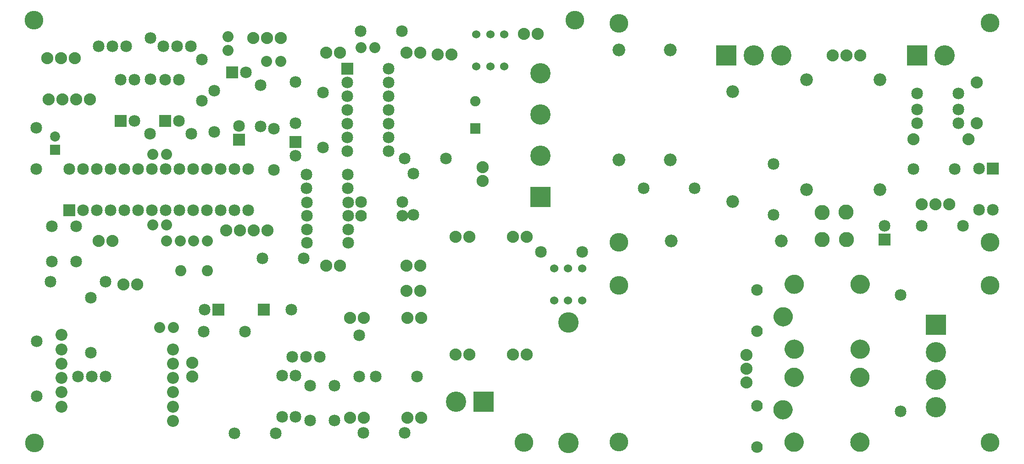
<source format=gts>
G04 MADE WITH FRITZING*
G04 WWW.FRITZING.ORG*
G04 DOUBLE SIDED*
G04 HOLES PLATED*
G04 CONTOUR ON CENTER OF CONTOUR VECTOR*
%ASAXBY*%
%FSLAX23Y23*%
%MOIN*%
%OFA0B0*%
%SFA1.0B1.0*%
%ADD10C,0.088000*%
%ADD11C,0.148890*%
%ADD12C,0.085000*%
%ADD13C,0.060000*%
%ADD14C,0.072992*%
%ADD15C,0.084000*%
%ADD16C,0.147795*%
%ADD17C,0.087119*%
%ADD18C,0.135984*%
%ADD19C,0.092000*%
%ADD20C,0.075000*%
%ADD21C,0.080925*%
%ADD22C,0.080866*%
%ADD23C,0.080000*%
%ADD24C,0.087992*%
%ADD25C,0.110236*%
%ADD26R,0.085000X0.085000*%
%ADD27R,0.072992X0.072992*%
%ADD28R,0.147795X0.147795*%
%ADD29R,0.010276X0.010276*%
%ADD30R,0.001000X0.001000*%
%LNMASK1*%
G90*
G70*
G54D10*
X3721Y798D03*
X3621Y798D03*
X3305Y798D03*
X3205Y798D03*
X3721Y1656D03*
X3205Y1656D03*
X3305Y1656D03*
X3621Y1656D03*
G54D11*
X4025Y157D03*
X4025Y1033D03*
G54D10*
X2947Y1445D03*
X2263Y1445D03*
X2947Y2995D03*
X2263Y2995D03*
X2847Y2995D03*
X2363Y2995D03*
X2363Y1445D03*
X2847Y1445D03*
G54D12*
X6438Y1232D03*
X6438Y385D03*
X2416Y2880D03*
X2716Y2880D03*
X2416Y2780D03*
X2716Y2780D03*
X2416Y2680D03*
X2716Y2680D03*
X2416Y2580D03*
X2716Y2580D03*
X2416Y2480D03*
X2716Y2480D03*
X2416Y2380D03*
X2716Y2380D03*
X2416Y2280D03*
X2716Y2280D03*
G54D10*
X2954Y338D03*
X2854Y338D03*
X2537Y338D03*
X2437Y338D03*
X2954Y1066D03*
X2854Y1066D03*
X2537Y1066D03*
X2437Y1066D03*
G54D13*
X4022Y1192D03*
X4022Y1427D03*
X3921Y1427D03*
X4124Y1427D03*
X4124Y1192D03*
X3921Y1192D03*
X3456Y2895D03*
X3456Y3130D03*
X3355Y3130D03*
X3557Y3130D03*
X3557Y2895D03*
X3355Y2895D03*
G54D10*
X6143Y2975D03*
X6043Y2975D03*
X5943Y2975D03*
X5316Y597D03*
X5316Y697D03*
X5316Y797D03*
X6792Y1892D03*
X6692Y1892D03*
X6592Y1892D03*
X1934Y3101D03*
X1834Y3101D03*
X1734Y3101D03*
X437Y2955D03*
X337Y2955D03*
X237Y2955D03*
X546Y2656D03*
X446Y2656D03*
X346Y2656D03*
X246Y2656D03*
G54D14*
X295Y2288D03*
X295Y2387D03*
G54D15*
X5395Y427D03*
X5395Y127D03*
X5395Y427D03*
X5395Y127D03*
X2816Y1809D03*
X2516Y1809D03*
X2816Y1809D03*
X2516Y1809D03*
X5395Y969D03*
X5395Y1269D03*
X5395Y969D03*
X5395Y1269D03*
G54D12*
X4942Y2010D03*
X4572Y2010D03*
X4942Y2010D03*
X4572Y2010D03*
X5513Y1814D03*
X5513Y2184D03*
X5513Y1814D03*
X5513Y2184D03*
G54D10*
X3400Y2161D03*
X3400Y2061D03*
G54D16*
X3820Y1944D03*
X3820Y2244D03*
X3820Y2544D03*
X3820Y2844D03*
G54D17*
X1151Y315D03*
X1151Y420D03*
X1151Y524D03*
X1151Y628D03*
X1151Y732D03*
X1151Y836D03*
X341Y420D03*
X341Y524D03*
X341Y628D03*
X341Y732D03*
X341Y836D03*
X341Y941D03*
G54D12*
X2147Y318D03*
X2147Y573D03*
X2324Y318D03*
X2324Y573D03*
X269Y1475D03*
X269Y1731D03*
X446Y1475D03*
X446Y1731D03*
G54D18*
X7088Y160D03*
X7088Y3211D03*
X4391Y1617D03*
G54D12*
X6556Y2699D03*
X6856Y2699D03*
X6856Y2483D03*
X6556Y2483D03*
X6556Y2581D03*
X6856Y2581D03*
X6891Y1735D03*
X6591Y1735D03*
X6832Y2148D03*
X6532Y2148D03*
G54D10*
X6531Y2365D03*
X6931Y2365D03*
X6531Y2365D03*
X6931Y2365D03*
G54D12*
X1479Y1125D03*
X1379Y1125D03*
X1812Y1125D03*
X2012Y1125D03*
X2042Y2346D03*
X2042Y2246D03*
X1629Y2363D03*
X1629Y2463D03*
X1582Y2851D03*
X1682Y2851D03*
G54D18*
X4391Y3210D03*
X144Y157D03*
X139Y3231D03*
G54D12*
X397Y1849D03*
X397Y2149D03*
X497Y1849D03*
X497Y2149D03*
X597Y1849D03*
X597Y2149D03*
X697Y1849D03*
X697Y2149D03*
X797Y1849D03*
X797Y2149D03*
X897Y1849D03*
X897Y2149D03*
X997Y1849D03*
X997Y2149D03*
X1097Y1849D03*
X1097Y2149D03*
X1197Y1849D03*
X1197Y2149D03*
X1297Y1849D03*
X1297Y2149D03*
X1397Y1849D03*
X1397Y2149D03*
X1497Y1849D03*
X1497Y2149D03*
X1597Y1849D03*
X1597Y2149D03*
X1697Y1849D03*
X1697Y2149D03*
X7107Y2153D03*
X7107Y1853D03*
X7007Y2153D03*
X7007Y1853D03*
G54D10*
X1289Y738D03*
X1289Y638D03*
X789Y1310D03*
X889Y1310D03*
X611Y1625D03*
X711Y1625D03*
X1537Y1703D03*
X1637Y1703D03*
X1737Y1703D03*
X1837Y1703D03*
X2948Y1262D03*
X2848Y1262D03*
X3174Y2983D03*
X3074Y2983D03*
X3802Y3133D03*
X3702Y3133D03*
G54D19*
X4770Y1624D03*
X5570Y1624D03*
X5755Y2798D03*
X5755Y1998D03*
X5218Y1912D03*
X5218Y2712D03*
X4764Y3014D03*
X4764Y2214D03*
X4391Y3014D03*
X4391Y2214D03*
X6286Y2798D03*
X6286Y1998D03*
G54D12*
X659Y1329D03*
X259Y1329D03*
X1361Y2644D03*
X1361Y2944D03*
X2239Y2706D03*
X2239Y2306D03*
X2042Y2783D03*
X2042Y2483D03*
X1885Y2143D03*
X1885Y2443D03*
X1786Y2458D03*
X1786Y2758D03*
X1452Y2419D03*
X1452Y2719D03*
G54D20*
X3348Y2642D03*
X3348Y2442D03*
X3348Y2642D03*
X3348Y2442D03*
G54D16*
X3408Y454D03*
X3208Y454D03*
X6556Y2975D03*
X6756Y2975D03*
X5172Y2975D03*
X5372Y2975D03*
X5572Y2975D03*
G54D21*
X1400Y1408D03*
G54D22*
X1207Y1408D03*
G54D12*
X3135Y2227D03*
X2835Y2227D03*
X2421Y2109D03*
X2121Y2109D03*
X2503Y640D03*
X2503Y940D03*
X2923Y640D03*
X2623Y640D03*
X2835Y230D03*
X2535Y230D03*
X2815Y3152D03*
X2515Y3152D03*
X2897Y1817D03*
X2897Y2117D03*
X1801Y1498D03*
X2101Y1498D03*
X1374Y967D03*
X1674Y967D03*
X3824Y1545D03*
X4124Y1545D03*
X2123Y1612D03*
X2423Y1612D03*
X2816Y1908D03*
X2516Y1908D03*
X2423Y1907D03*
X2123Y1907D03*
X2423Y1708D03*
X2123Y1708D03*
X2423Y1809D03*
X2123Y1809D03*
X2421Y2010D03*
X2121Y2010D03*
X1943Y645D03*
X1943Y345D03*
X2041Y645D03*
X2041Y345D03*
X1596Y227D03*
X1896Y227D03*
X2018Y783D03*
X2118Y783D03*
X2218Y783D03*
X462Y640D03*
X562Y640D03*
X662Y640D03*
X160Y496D03*
X160Y896D03*
X554Y811D03*
X554Y1211D03*
G54D23*
X1400Y1625D03*
X1300Y1625D03*
X1153Y994D03*
X1053Y994D03*
X1933Y2932D03*
X1832Y2932D03*
X1550Y3012D03*
X1550Y3113D03*
X2618Y3033D03*
X2518Y3033D03*
X1005Y2255D03*
X1105Y2255D03*
X1105Y1743D03*
X1005Y1743D03*
X1204Y1625D03*
X1103Y1625D03*
G54D12*
X1094Y2499D03*
X1094Y2799D03*
X1194Y2499D03*
X1194Y2799D03*
X769Y2499D03*
X769Y2799D03*
X869Y2499D03*
X869Y2799D03*
X1081Y3042D03*
X1181Y3042D03*
X1281Y3042D03*
X609Y3042D03*
X709Y3042D03*
X809Y3042D03*
X157Y2150D03*
X157Y2450D03*
X984Y2404D03*
X1284Y2404D03*
X986Y3101D03*
X986Y2801D03*
G54D16*
X6694Y1016D03*
X6694Y816D03*
X6694Y616D03*
X6694Y416D03*
G54D24*
X6990Y2483D03*
X6990Y2778D03*
G54D18*
X7088Y1617D03*
X4070Y3231D03*
X3702Y160D03*
X4391Y161D03*
X4391Y1302D03*
X7088Y1302D03*
G54D25*
X5868Y1831D03*
X5867Y1636D03*
X6043Y1635D03*
X6041Y1834D03*
G54D12*
X6320Y1635D03*
X6320Y1735D03*
G54D26*
X2416Y2880D03*
G54D27*
X295Y2288D03*
G54D28*
X3820Y1944D03*
G54D29*
X3820Y1875D03*
G54D26*
X1479Y1125D03*
X1812Y1125D03*
X2042Y2346D03*
X1629Y2363D03*
X1582Y2851D03*
X397Y1849D03*
X7107Y2153D03*
G54D28*
X3408Y454D03*
X6556Y2975D03*
X5172Y2975D03*
G54D26*
X1094Y2499D03*
X769Y2499D03*
G54D28*
X6694Y1016D03*
G54D26*
X6320Y1635D03*
G54D30*
X3311Y2480D02*
X3384Y2480D01*
X3310Y2479D02*
X3384Y2479D01*
X3310Y2478D02*
X3384Y2478D01*
X3310Y2477D02*
X3384Y2477D01*
X3310Y2476D02*
X3384Y2476D01*
X3310Y2475D02*
X3384Y2475D01*
X3310Y2474D02*
X3384Y2474D01*
X3310Y2473D02*
X3384Y2473D01*
X3310Y2472D02*
X3384Y2472D01*
X3310Y2471D02*
X3384Y2471D01*
X3310Y2470D02*
X3384Y2470D01*
X3310Y2469D02*
X3384Y2469D01*
X3310Y2468D02*
X3384Y2468D01*
X3310Y2467D02*
X3384Y2467D01*
X3310Y2466D02*
X3384Y2466D01*
X3310Y2465D02*
X3384Y2465D01*
X3310Y2464D02*
X3384Y2464D01*
X3310Y2463D02*
X3384Y2463D01*
X3310Y2462D02*
X3384Y2462D01*
X3310Y2461D02*
X3384Y2461D01*
X3310Y2460D02*
X3384Y2460D01*
X3310Y2459D02*
X3384Y2459D01*
X3310Y2458D02*
X3384Y2458D01*
X3310Y2457D02*
X3384Y2457D01*
X3310Y2456D02*
X3384Y2456D01*
X3310Y2455D02*
X3384Y2455D01*
X3310Y2454D02*
X3384Y2454D01*
X3310Y2453D02*
X3384Y2453D01*
X3310Y2452D02*
X3384Y2452D01*
X3310Y2451D02*
X3344Y2451D01*
X3350Y2451D02*
X3384Y2451D01*
X3310Y2450D02*
X3342Y2450D01*
X3352Y2450D02*
X3384Y2450D01*
X3310Y2449D02*
X3341Y2449D01*
X3354Y2449D02*
X3384Y2449D01*
X3310Y2448D02*
X3340Y2448D01*
X3355Y2448D02*
X3384Y2448D01*
X3310Y2447D02*
X3339Y2447D01*
X3355Y2447D02*
X3384Y2447D01*
X3310Y2446D02*
X3339Y2446D01*
X3356Y2446D02*
X3384Y2446D01*
X3310Y2445D02*
X3338Y2445D01*
X3356Y2445D02*
X3384Y2445D01*
X3310Y2444D02*
X3338Y2444D01*
X3356Y2444D02*
X3384Y2444D01*
X3310Y2443D02*
X3338Y2443D01*
X3356Y2443D02*
X3384Y2443D01*
X3310Y2442D02*
X3338Y2442D01*
X3356Y2442D02*
X3384Y2442D01*
X3310Y2441D02*
X3338Y2441D01*
X3356Y2441D02*
X3384Y2441D01*
X3310Y2440D02*
X3338Y2440D01*
X3356Y2440D02*
X3384Y2440D01*
X3310Y2439D02*
X3339Y2439D01*
X3356Y2439D02*
X3384Y2439D01*
X3310Y2438D02*
X3339Y2438D01*
X3355Y2438D02*
X3384Y2438D01*
X3310Y2437D02*
X3340Y2437D01*
X3354Y2437D02*
X3384Y2437D01*
X3310Y2436D02*
X3341Y2436D01*
X3354Y2436D02*
X3384Y2436D01*
X3310Y2435D02*
X3342Y2435D01*
X3352Y2435D02*
X3384Y2435D01*
X3310Y2434D02*
X3344Y2434D01*
X3350Y2434D02*
X3384Y2434D01*
X3310Y2433D02*
X3384Y2433D01*
X3310Y2432D02*
X3384Y2432D01*
X3310Y2431D02*
X3384Y2431D01*
X3310Y2430D02*
X3384Y2430D01*
X3310Y2429D02*
X3384Y2429D01*
X3310Y2428D02*
X3384Y2428D01*
X3310Y2427D02*
X3384Y2427D01*
X3310Y2426D02*
X3384Y2426D01*
X3310Y2425D02*
X3384Y2425D01*
X3310Y2424D02*
X3384Y2424D01*
X3310Y2423D02*
X3384Y2423D01*
X3310Y2422D02*
X3384Y2422D01*
X3310Y2421D02*
X3384Y2421D01*
X3310Y2420D02*
X3384Y2420D01*
X3310Y2419D02*
X3384Y2419D01*
X3310Y2418D02*
X3384Y2418D01*
X3310Y2417D02*
X3384Y2417D01*
X3310Y2416D02*
X3384Y2416D01*
X3310Y2415D02*
X3384Y2415D01*
X3310Y2414D02*
X3384Y2414D01*
X3310Y2413D02*
X3384Y2413D01*
X3310Y2412D02*
X3384Y2412D01*
X3310Y2411D02*
X3384Y2411D01*
X3310Y2410D02*
X3384Y2410D01*
X3310Y2409D02*
X3384Y2409D01*
X3310Y2408D02*
X3384Y2408D01*
X3310Y2407D02*
X3384Y2407D01*
X3310Y2406D02*
X3384Y2406D01*
X5657Y1379D02*
X5673Y1379D01*
X6135Y1379D02*
X6151Y1379D01*
X5651Y1378D02*
X5679Y1378D01*
X6129Y1378D02*
X6157Y1378D01*
X5647Y1377D02*
X5683Y1377D01*
X6125Y1377D02*
X6161Y1377D01*
X5643Y1376D02*
X5686Y1376D01*
X6122Y1376D02*
X6165Y1376D01*
X5641Y1375D02*
X5689Y1375D01*
X6119Y1375D02*
X6168Y1375D01*
X5638Y1374D02*
X5692Y1374D01*
X6116Y1374D02*
X6170Y1374D01*
X5636Y1373D02*
X5694Y1373D01*
X6114Y1373D02*
X6172Y1373D01*
X5634Y1372D02*
X5696Y1372D01*
X6112Y1372D02*
X6174Y1372D01*
X5632Y1371D02*
X5698Y1371D01*
X6110Y1371D02*
X6176Y1371D01*
X5630Y1370D02*
X5700Y1370D01*
X6109Y1370D02*
X6178Y1370D01*
X5629Y1369D02*
X5701Y1369D01*
X6107Y1369D02*
X6180Y1369D01*
X5627Y1368D02*
X5703Y1368D01*
X6105Y1368D02*
X6181Y1368D01*
X5626Y1367D02*
X5704Y1367D01*
X6104Y1367D02*
X6183Y1367D01*
X5624Y1366D02*
X5706Y1366D01*
X6102Y1366D02*
X6184Y1366D01*
X5623Y1365D02*
X5707Y1365D01*
X6101Y1365D02*
X6185Y1365D01*
X5621Y1364D02*
X5708Y1364D01*
X6100Y1364D02*
X6187Y1364D01*
X5620Y1363D02*
X5710Y1363D01*
X6099Y1363D02*
X6188Y1363D01*
X5619Y1362D02*
X5711Y1362D01*
X6097Y1362D02*
X6189Y1362D01*
X5618Y1361D02*
X5712Y1361D01*
X6096Y1361D02*
X6190Y1361D01*
X5617Y1360D02*
X5713Y1360D01*
X6095Y1360D02*
X6191Y1360D01*
X5616Y1359D02*
X5714Y1359D01*
X6094Y1359D02*
X6192Y1359D01*
X5615Y1358D02*
X5715Y1358D01*
X6093Y1358D02*
X6193Y1358D01*
X5614Y1357D02*
X5716Y1357D01*
X6092Y1357D02*
X6194Y1357D01*
X5613Y1356D02*
X5717Y1356D01*
X6091Y1356D02*
X6195Y1356D01*
X5612Y1355D02*
X5718Y1355D01*
X6091Y1355D02*
X6196Y1355D01*
X5611Y1354D02*
X5718Y1354D01*
X6090Y1354D02*
X6197Y1354D01*
X5611Y1353D02*
X5719Y1353D01*
X6089Y1353D02*
X6197Y1353D01*
X5610Y1352D02*
X5720Y1352D01*
X6088Y1352D02*
X6198Y1352D01*
X5609Y1351D02*
X5721Y1351D01*
X6087Y1351D02*
X6199Y1351D01*
X5608Y1350D02*
X5721Y1350D01*
X6087Y1350D02*
X6200Y1350D01*
X5608Y1349D02*
X5722Y1349D01*
X6086Y1349D02*
X6200Y1349D01*
X5607Y1348D02*
X5723Y1348D01*
X6085Y1348D02*
X6201Y1348D01*
X5606Y1347D02*
X5723Y1347D01*
X6085Y1347D02*
X6202Y1347D01*
X5606Y1346D02*
X5724Y1346D01*
X6084Y1346D02*
X6202Y1346D01*
X5605Y1345D02*
X5725Y1345D01*
X6084Y1345D02*
X6203Y1345D01*
X5605Y1344D02*
X5725Y1344D01*
X6083Y1344D02*
X6204Y1344D01*
X5604Y1343D02*
X5726Y1343D01*
X6082Y1343D02*
X6204Y1343D01*
X5603Y1342D02*
X5726Y1342D01*
X6082Y1342D02*
X6205Y1342D01*
X5603Y1341D02*
X5727Y1341D01*
X6081Y1341D02*
X6205Y1341D01*
X5602Y1340D02*
X5727Y1340D01*
X6081Y1340D02*
X6206Y1340D01*
X5602Y1339D02*
X5728Y1339D01*
X6080Y1339D02*
X6206Y1339D01*
X5601Y1338D02*
X5728Y1338D01*
X6080Y1338D02*
X6207Y1338D01*
X5601Y1337D02*
X5729Y1337D01*
X6079Y1337D02*
X6207Y1337D01*
X5601Y1336D02*
X5729Y1336D01*
X6079Y1336D02*
X6207Y1336D01*
X5600Y1335D02*
X5730Y1335D01*
X6079Y1335D02*
X6208Y1335D01*
X5600Y1334D02*
X5730Y1334D01*
X6078Y1334D02*
X6208Y1334D01*
X5600Y1333D02*
X5730Y1333D01*
X6078Y1333D02*
X6209Y1333D01*
X5599Y1332D02*
X5731Y1332D01*
X6078Y1332D02*
X6209Y1332D01*
X5599Y1331D02*
X5731Y1331D01*
X6077Y1331D02*
X6209Y1331D01*
X5599Y1330D02*
X5731Y1330D01*
X6077Y1330D02*
X6210Y1330D01*
X5598Y1329D02*
X5732Y1329D01*
X6077Y1329D02*
X6210Y1329D01*
X5598Y1328D02*
X5732Y1328D01*
X6076Y1328D02*
X6210Y1328D01*
X5598Y1327D02*
X5732Y1327D01*
X6076Y1327D02*
X6210Y1327D01*
X5598Y1326D02*
X5732Y1326D01*
X6076Y1326D02*
X6211Y1326D01*
X5597Y1325D02*
X5733Y1325D01*
X6076Y1325D02*
X6211Y1325D01*
X5597Y1324D02*
X5733Y1324D01*
X6075Y1324D02*
X6211Y1324D01*
X5597Y1323D02*
X5733Y1323D01*
X6075Y1323D02*
X6211Y1323D01*
X5597Y1322D02*
X5733Y1322D01*
X6075Y1322D02*
X6211Y1322D01*
X5597Y1321D02*
X5733Y1321D01*
X6075Y1321D02*
X6212Y1321D01*
X5596Y1320D02*
X5733Y1320D01*
X6075Y1320D02*
X6212Y1320D01*
X5596Y1319D02*
X5734Y1319D01*
X6075Y1319D02*
X6212Y1319D01*
X5596Y1318D02*
X5734Y1318D01*
X6074Y1318D02*
X6212Y1318D01*
X5596Y1317D02*
X5734Y1317D01*
X6074Y1317D02*
X6212Y1317D01*
X5596Y1316D02*
X5734Y1316D01*
X6074Y1316D02*
X6212Y1316D01*
X5596Y1315D02*
X5734Y1315D01*
X6074Y1315D02*
X6212Y1315D01*
X5596Y1314D02*
X5734Y1314D01*
X6074Y1314D02*
X6212Y1314D01*
X5596Y1313D02*
X5734Y1313D01*
X6074Y1313D02*
X6212Y1313D01*
X5596Y1312D02*
X5734Y1312D01*
X6074Y1312D02*
X6213Y1312D01*
X5596Y1311D02*
X5734Y1311D01*
X6074Y1311D02*
X6213Y1311D01*
X5595Y1310D02*
X5734Y1310D01*
X6074Y1310D02*
X6213Y1310D01*
X5596Y1309D02*
X5734Y1309D01*
X6074Y1309D02*
X6213Y1309D01*
X5596Y1308D02*
X5734Y1308D01*
X6074Y1308D02*
X6213Y1308D01*
X5596Y1307D02*
X5734Y1307D01*
X6074Y1307D02*
X6213Y1307D01*
X5596Y1306D02*
X5734Y1306D01*
X6074Y1306D02*
X6212Y1306D01*
X5596Y1305D02*
X5734Y1305D01*
X6074Y1305D02*
X6212Y1305D01*
X5596Y1304D02*
X5734Y1304D01*
X6074Y1304D02*
X6212Y1304D01*
X5596Y1303D02*
X5734Y1303D01*
X6074Y1303D02*
X6212Y1303D01*
X5596Y1302D02*
X5734Y1302D01*
X6074Y1302D02*
X6212Y1302D01*
X5596Y1301D02*
X5734Y1301D01*
X6074Y1301D02*
X6212Y1301D01*
X5596Y1300D02*
X5734Y1300D01*
X6075Y1300D02*
X6212Y1300D01*
X5596Y1299D02*
X5733Y1299D01*
X6075Y1299D02*
X6212Y1299D01*
X5597Y1298D02*
X5733Y1298D01*
X6075Y1298D02*
X6212Y1298D01*
X5597Y1297D02*
X5733Y1297D01*
X6075Y1297D02*
X6211Y1297D01*
X5597Y1296D02*
X5733Y1296D01*
X6075Y1296D02*
X6211Y1296D01*
X5597Y1295D02*
X5733Y1295D01*
X6075Y1295D02*
X6211Y1295D01*
X5597Y1294D02*
X5732Y1294D01*
X6076Y1294D02*
X6211Y1294D01*
X5598Y1293D02*
X5732Y1293D01*
X6076Y1293D02*
X6210Y1293D01*
X5598Y1292D02*
X5732Y1292D01*
X6076Y1292D02*
X6210Y1292D01*
X5598Y1291D02*
X5732Y1291D01*
X6076Y1291D02*
X6210Y1291D01*
X5598Y1290D02*
X5731Y1290D01*
X6077Y1290D02*
X6210Y1290D01*
X5599Y1289D02*
X5731Y1289D01*
X6077Y1289D02*
X6209Y1289D01*
X5599Y1288D02*
X5731Y1288D01*
X6077Y1288D02*
X6209Y1288D01*
X5599Y1287D02*
X5730Y1287D01*
X6078Y1287D02*
X6209Y1287D01*
X5600Y1286D02*
X5730Y1286D01*
X6078Y1286D02*
X6208Y1286D01*
X5600Y1285D02*
X5730Y1285D01*
X6078Y1285D02*
X6208Y1285D01*
X5600Y1284D02*
X5729Y1284D01*
X6079Y1284D02*
X6208Y1284D01*
X5601Y1283D02*
X5729Y1283D01*
X6079Y1283D02*
X6207Y1283D01*
X5601Y1282D02*
X5729Y1282D01*
X6080Y1282D02*
X6207Y1282D01*
X5602Y1281D02*
X5728Y1281D01*
X6080Y1281D02*
X6206Y1281D01*
X5602Y1280D02*
X5728Y1280D01*
X6081Y1280D02*
X6206Y1280D01*
X5603Y1279D02*
X5727Y1279D01*
X6081Y1279D02*
X6205Y1279D01*
X5603Y1278D02*
X5727Y1278D01*
X6081Y1278D02*
X6205Y1278D01*
X5604Y1277D02*
X5726Y1277D01*
X6082Y1277D02*
X6204Y1277D01*
X5604Y1276D02*
X5726Y1276D01*
X6083Y1276D02*
X6204Y1276D01*
X5605Y1275D02*
X5725Y1275D01*
X6083Y1275D02*
X6203Y1275D01*
X5605Y1274D02*
X5724Y1274D01*
X6084Y1274D02*
X6203Y1274D01*
X5606Y1273D02*
X5724Y1273D01*
X6084Y1273D02*
X6202Y1273D01*
X5607Y1272D02*
X5723Y1272D01*
X6085Y1272D02*
X6201Y1272D01*
X5607Y1271D02*
X5723Y1271D01*
X6086Y1271D02*
X6201Y1271D01*
X5608Y1270D02*
X5722Y1270D01*
X6086Y1270D02*
X6200Y1270D01*
X5609Y1269D02*
X5721Y1269D01*
X6087Y1269D02*
X6199Y1269D01*
X5609Y1268D02*
X5720Y1268D01*
X6088Y1268D02*
X6199Y1268D01*
X5610Y1267D02*
X5720Y1267D01*
X6089Y1267D02*
X6198Y1267D01*
X5611Y1266D02*
X5719Y1266D01*
X6089Y1266D02*
X6197Y1266D01*
X5612Y1265D02*
X5718Y1265D01*
X6090Y1265D02*
X6196Y1265D01*
X5613Y1264D02*
X5717Y1264D01*
X6091Y1264D02*
X6196Y1264D01*
X5613Y1263D02*
X5716Y1263D01*
X6092Y1263D02*
X6195Y1263D01*
X5614Y1262D02*
X5715Y1262D01*
X6093Y1262D02*
X6194Y1262D01*
X5615Y1261D02*
X5715Y1261D01*
X6094Y1261D02*
X6193Y1261D01*
X5616Y1260D02*
X5714Y1260D01*
X6095Y1260D02*
X6192Y1260D01*
X5617Y1259D02*
X5712Y1259D01*
X6096Y1259D02*
X6191Y1259D01*
X5618Y1258D02*
X5711Y1258D01*
X6097Y1258D02*
X6190Y1258D01*
X5620Y1257D02*
X5710Y1257D01*
X6098Y1257D02*
X6189Y1257D01*
X5621Y1256D02*
X5709Y1256D01*
X6099Y1256D02*
X6187Y1256D01*
X5622Y1255D02*
X5708Y1255D01*
X6100Y1255D02*
X6186Y1255D01*
X5623Y1254D02*
X5706Y1254D01*
X6102Y1254D02*
X6185Y1254D01*
X5625Y1253D02*
X5705Y1253D01*
X6103Y1253D02*
X6183Y1253D01*
X5626Y1252D02*
X5704Y1252D01*
X6104Y1252D02*
X6182Y1252D01*
X5628Y1251D02*
X5702Y1251D01*
X6106Y1251D02*
X6180Y1251D01*
X5629Y1250D02*
X5701Y1250D01*
X6108Y1250D02*
X6179Y1250D01*
X5631Y1249D02*
X5699Y1249D01*
X6109Y1249D02*
X6177Y1249D01*
X5633Y1248D02*
X5697Y1248D01*
X6111Y1248D02*
X6175Y1248D01*
X5635Y1247D02*
X5695Y1247D01*
X6113Y1247D02*
X6173Y1247D01*
X5637Y1246D02*
X5693Y1246D01*
X6115Y1246D02*
X6171Y1246D01*
X5639Y1245D02*
X5691Y1245D01*
X6117Y1245D02*
X6169Y1245D01*
X5642Y1244D02*
X5688Y1244D01*
X6120Y1244D02*
X6166Y1244D01*
X5645Y1243D02*
X5685Y1243D01*
X6123Y1243D02*
X6163Y1243D01*
X5649Y1242D02*
X5681Y1242D01*
X6127Y1242D02*
X6159Y1242D01*
X5653Y1241D02*
X5676Y1241D01*
X6132Y1241D02*
X6155Y1241D01*
X5662Y1240D02*
X5668Y1240D01*
X6140Y1240D02*
X6146Y1240D01*
X5577Y1143D02*
X5591Y1143D01*
X5571Y1142D02*
X5597Y1142D01*
X5567Y1141D02*
X5602Y1141D01*
X5563Y1140D02*
X5605Y1140D01*
X5560Y1139D02*
X5608Y1139D01*
X5558Y1138D02*
X5611Y1138D01*
X5555Y1137D02*
X5613Y1137D01*
X5553Y1136D02*
X5615Y1136D01*
X5551Y1135D02*
X5617Y1135D01*
X5550Y1134D02*
X5619Y1134D01*
X5548Y1133D02*
X5620Y1133D01*
X5547Y1132D02*
X5622Y1132D01*
X5545Y1131D02*
X5623Y1131D01*
X5544Y1130D02*
X5625Y1130D01*
X5542Y1129D02*
X5626Y1129D01*
X5541Y1128D02*
X5627Y1128D01*
X5540Y1127D02*
X5629Y1127D01*
X5539Y1126D02*
X5630Y1126D01*
X5537Y1125D02*
X5631Y1125D01*
X5536Y1124D02*
X5632Y1124D01*
X5535Y1123D02*
X5633Y1123D01*
X5534Y1122D02*
X5634Y1122D01*
X5533Y1121D02*
X5635Y1121D01*
X5533Y1120D02*
X5636Y1120D01*
X5532Y1119D02*
X5637Y1119D01*
X5531Y1118D02*
X5638Y1118D01*
X5530Y1117D02*
X5638Y1117D01*
X5529Y1116D02*
X5639Y1116D01*
X5529Y1115D02*
X5640Y1115D01*
X5528Y1114D02*
X5641Y1114D01*
X5527Y1113D02*
X5641Y1113D01*
X5526Y1112D02*
X5642Y1112D01*
X5526Y1111D02*
X5643Y1111D01*
X5525Y1110D02*
X5643Y1110D01*
X5525Y1109D02*
X5644Y1109D01*
X5524Y1108D02*
X5644Y1108D01*
X5523Y1107D02*
X5645Y1107D01*
X5523Y1106D02*
X5646Y1106D01*
X5522Y1105D02*
X5646Y1105D01*
X5522Y1104D02*
X5647Y1104D01*
X5521Y1103D02*
X5647Y1103D01*
X5521Y1102D02*
X5648Y1102D01*
X5520Y1101D02*
X5648Y1101D01*
X5520Y1100D02*
X5648Y1100D01*
X5520Y1099D02*
X5649Y1099D01*
X5519Y1098D02*
X5649Y1098D01*
X5519Y1097D02*
X5649Y1097D01*
X5519Y1096D02*
X5650Y1096D01*
X5518Y1095D02*
X5650Y1095D01*
X5518Y1094D02*
X5651Y1094D01*
X5518Y1093D02*
X5651Y1093D01*
X5517Y1092D02*
X5651Y1092D01*
X5517Y1091D02*
X5651Y1091D01*
X5517Y1090D02*
X5652Y1090D01*
X5517Y1089D02*
X5652Y1089D01*
X5516Y1088D02*
X5652Y1088D01*
X5516Y1087D02*
X5652Y1087D01*
X5516Y1086D02*
X5652Y1086D01*
X5516Y1085D02*
X5653Y1085D01*
X5516Y1084D02*
X5653Y1084D01*
X5516Y1083D02*
X5653Y1083D01*
X5515Y1082D02*
X5653Y1082D01*
X5515Y1081D02*
X5653Y1081D01*
X5515Y1080D02*
X5653Y1080D01*
X5515Y1079D02*
X5653Y1079D01*
X5515Y1078D02*
X5653Y1078D01*
X5515Y1077D02*
X5653Y1077D01*
X5515Y1076D02*
X5654Y1076D01*
X5515Y1075D02*
X5654Y1075D01*
X5515Y1074D02*
X5654Y1074D01*
X5515Y1073D02*
X5654Y1073D01*
X5515Y1072D02*
X5654Y1072D01*
X5515Y1071D02*
X5654Y1071D01*
X5515Y1070D02*
X5653Y1070D01*
X5515Y1069D02*
X5653Y1069D01*
X5515Y1068D02*
X5653Y1068D01*
X5515Y1067D02*
X5653Y1067D01*
X5515Y1066D02*
X5653Y1066D01*
X5515Y1065D02*
X5653Y1065D01*
X5516Y1064D02*
X5653Y1064D01*
X5516Y1063D02*
X5653Y1063D01*
X5516Y1062D02*
X5653Y1062D01*
X5516Y1061D02*
X5652Y1061D01*
X5516Y1060D02*
X5652Y1060D01*
X5516Y1059D02*
X5652Y1059D01*
X5517Y1058D02*
X5652Y1058D01*
X5517Y1057D02*
X5651Y1057D01*
X5517Y1056D02*
X5651Y1056D01*
X5517Y1055D02*
X5651Y1055D01*
X5518Y1054D02*
X5651Y1054D01*
X5518Y1053D02*
X5650Y1053D01*
X5518Y1052D02*
X5650Y1052D01*
X5519Y1051D02*
X5650Y1051D01*
X5519Y1050D02*
X5649Y1050D01*
X5519Y1049D02*
X5649Y1049D01*
X5520Y1048D02*
X5649Y1048D01*
X5520Y1047D02*
X5648Y1047D01*
X5520Y1046D02*
X5648Y1046D01*
X5521Y1045D02*
X5648Y1045D01*
X5521Y1044D02*
X5647Y1044D01*
X5522Y1043D02*
X5647Y1043D01*
X5522Y1042D02*
X5646Y1042D01*
X5523Y1041D02*
X5646Y1041D01*
X5523Y1040D02*
X5645Y1040D01*
X5524Y1039D02*
X5644Y1039D01*
X5525Y1038D02*
X5644Y1038D01*
X5525Y1037D02*
X5643Y1037D01*
X5526Y1036D02*
X5643Y1036D01*
X5526Y1035D02*
X5642Y1035D01*
X5527Y1034D02*
X5641Y1034D01*
X5528Y1033D02*
X5641Y1033D01*
X5529Y1032D02*
X5640Y1032D01*
X5529Y1031D02*
X5639Y1031D01*
X5530Y1030D02*
X5638Y1030D01*
X5531Y1029D02*
X5638Y1029D01*
X5532Y1028D02*
X5637Y1028D01*
X5533Y1027D02*
X5636Y1027D01*
X5534Y1026D02*
X5635Y1026D01*
X5534Y1025D02*
X5634Y1025D01*
X5535Y1024D02*
X5633Y1024D01*
X5536Y1023D02*
X5632Y1023D01*
X5538Y1022D02*
X5631Y1022D01*
X5539Y1021D02*
X5630Y1021D01*
X5540Y1020D02*
X5629Y1020D01*
X5541Y1019D02*
X5627Y1019D01*
X5542Y1018D02*
X5626Y1018D01*
X5544Y1017D02*
X5625Y1017D01*
X5545Y1016D02*
X5623Y1016D01*
X5547Y1015D02*
X5622Y1015D01*
X5548Y1014D02*
X5620Y1014D01*
X5550Y1013D02*
X5618Y1013D01*
X5552Y1012D02*
X5617Y1012D01*
X5554Y1011D02*
X5615Y1011D01*
X5556Y1010D02*
X5613Y1010D01*
X5558Y1009D02*
X5611Y1009D01*
X5561Y1008D02*
X5608Y1008D01*
X5563Y1007D02*
X5605Y1007D01*
X5567Y1006D02*
X5601Y1006D01*
X5572Y1005D02*
X5597Y1005D01*
X5578Y1004D02*
X5590Y1004D01*
X5660Y907D02*
X5670Y907D01*
X6138Y907D02*
X6148Y907D01*
X5653Y906D02*
X5677Y906D01*
X6131Y906D02*
X6155Y906D01*
X5648Y905D02*
X5682Y905D01*
X6127Y905D02*
X6160Y905D01*
X5644Y904D02*
X5685Y904D01*
X6123Y904D02*
X6164Y904D01*
X5642Y903D02*
X5688Y903D01*
X6120Y903D02*
X6167Y903D01*
X5639Y902D02*
X5691Y902D01*
X6117Y902D02*
X6169Y902D01*
X5637Y901D02*
X5693Y901D01*
X6115Y901D02*
X6172Y901D01*
X5634Y900D02*
X5695Y900D01*
X6113Y900D02*
X6174Y900D01*
X5632Y899D02*
X5697Y899D01*
X6111Y899D02*
X6176Y899D01*
X5631Y898D02*
X5699Y898D01*
X6109Y898D02*
X6177Y898D01*
X5629Y897D02*
X5701Y897D01*
X6107Y897D02*
X6179Y897D01*
X5628Y896D02*
X5702Y896D01*
X6106Y896D02*
X6181Y896D01*
X5626Y895D02*
X5704Y895D01*
X6104Y895D02*
X6182Y895D01*
X5625Y894D02*
X5705Y894D01*
X6103Y894D02*
X6183Y894D01*
X5623Y893D02*
X5707Y893D01*
X6102Y893D02*
X6185Y893D01*
X5622Y892D02*
X5708Y892D01*
X6100Y892D02*
X6186Y892D01*
X5621Y891D02*
X5709Y891D01*
X6099Y891D02*
X6188Y891D01*
X5619Y890D02*
X5710Y890D01*
X6098Y890D02*
X6189Y890D01*
X5618Y889D02*
X5711Y889D01*
X6097Y889D02*
X6190Y889D01*
X5617Y888D02*
X5713Y888D01*
X6096Y888D02*
X6191Y888D01*
X5616Y887D02*
X5714Y887D01*
X6094Y887D02*
X6192Y887D01*
X5615Y886D02*
X5715Y886D01*
X6094Y886D02*
X6193Y886D01*
X5614Y885D02*
X5716Y885D01*
X6093Y885D02*
X6194Y885D01*
X5613Y884D02*
X5716Y884D01*
X6092Y884D02*
X6195Y884D01*
X5613Y883D02*
X5717Y883D01*
X6091Y883D02*
X6196Y883D01*
X5612Y882D02*
X5718Y882D01*
X6090Y882D02*
X6196Y882D01*
X5611Y881D02*
X5719Y881D01*
X6089Y881D02*
X6197Y881D01*
X5610Y880D02*
X5720Y880D01*
X6088Y880D02*
X6198Y880D01*
X5609Y879D02*
X5720Y879D01*
X6088Y879D02*
X6199Y879D01*
X5609Y878D02*
X5721Y878D01*
X6087Y878D02*
X6199Y878D01*
X5608Y877D02*
X5722Y877D01*
X6086Y877D02*
X6200Y877D01*
X5607Y876D02*
X5723Y876D01*
X6086Y876D02*
X6201Y876D01*
X5607Y875D02*
X5723Y875D01*
X6085Y875D02*
X6201Y875D01*
X5606Y874D02*
X5724Y874D01*
X6084Y874D02*
X6202Y874D01*
X5605Y873D02*
X5724Y873D01*
X6084Y873D02*
X6203Y873D01*
X5605Y872D02*
X5725Y872D01*
X6083Y872D02*
X6203Y872D01*
X5604Y871D02*
X5726Y871D01*
X6083Y871D02*
X6204Y871D01*
X5604Y870D02*
X5726Y870D01*
X6082Y870D02*
X6205Y870D01*
X5603Y869D02*
X5727Y869D01*
X6081Y869D02*
X6205Y869D01*
X5603Y868D02*
X5727Y868D01*
X6081Y868D02*
X6205Y868D01*
X5602Y867D02*
X5728Y867D01*
X6080Y867D02*
X6206Y867D01*
X5602Y866D02*
X5728Y866D01*
X6080Y866D02*
X6206Y866D01*
X5601Y865D02*
X5729Y865D01*
X6079Y865D02*
X6207Y865D01*
X5601Y864D02*
X5729Y864D01*
X6079Y864D02*
X6207Y864D01*
X5600Y863D02*
X5729Y863D01*
X6079Y863D02*
X6208Y863D01*
X5600Y862D02*
X5730Y862D01*
X6078Y862D02*
X6208Y862D01*
X5600Y861D02*
X5730Y861D01*
X6078Y861D02*
X6208Y861D01*
X5599Y860D02*
X5730Y860D01*
X6078Y860D02*
X6209Y860D01*
X5599Y859D02*
X5731Y859D01*
X6077Y859D02*
X6209Y859D01*
X5599Y858D02*
X5731Y858D01*
X6077Y858D02*
X6209Y858D01*
X5598Y857D02*
X5731Y857D01*
X6077Y857D02*
X6210Y857D01*
X5598Y856D02*
X5732Y856D01*
X6076Y856D02*
X6210Y856D01*
X5598Y855D02*
X5732Y855D01*
X6076Y855D02*
X6210Y855D01*
X5598Y854D02*
X5732Y854D01*
X6076Y854D02*
X6210Y854D01*
X5597Y853D02*
X5732Y853D01*
X6076Y853D02*
X6211Y853D01*
X5597Y852D02*
X5733Y852D01*
X6075Y852D02*
X6211Y852D01*
X5597Y851D02*
X5733Y851D01*
X6075Y851D02*
X6211Y851D01*
X5597Y850D02*
X5733Y850D01*
X6075Y850D02*
X6211Y850D01*
X5597Y849D02*
X5733Y849D01*
X6075Y849D02*
X6212Y849D01*
X5596Y848D02*
X5733Y848D01*
X6075Y848D02*
X6212Y848D01*
X5596Y847D02*
X5734Y847D01*
X6075Y847D02*
X6212Y847D01*
X5596Y846D02*
X5734Y846D01*
X6074Y846D02*
X6212Y846D01*
X5596Y845D02*
X5734Y845D01*
X6074Y845D02*
X6212Y845D01*
X5596Y844D02*
X5734Y844D01*
X6074Y844D02*
X6212Y844D01*
X5596Y843D02*
X5734Y843D01*
X6074Y843D02*
X6212Y843D01*
X5596Y842D02*
X5734Y842D01*
X6074Y842D02*
X6212Y842D01*
X5596Y841D02*
X5734Y841D01*
X6074Y841D02*
X6212Y841D01*
X5596Y840D02*
X5734Y840D01*
X6074Y840D02*
X6213Y840D01*
X5596Y839D02*
X5734Y839D01*
X6074Y839D02*
X6213Y839D01*
X5595Y838D02*
X5734Y838D01*
X6074Y838D02*
X6213Y838D01*
X5595Y837D02*
X5734Y837D01*
X6074Y837D02*
X6213Y837D01*
X5596Y836D02*
X5734Y836D01*
X6074Y836D02*
X6213Y836D01*
X5596Y835D02*
X5734Y835D01*
X6074Y835D02*
X6213Y835D01*
X5596Y834D02*
X5734Y834D01*
X6074Y834D02*
X6212Y834D01*
X5596Y833D02*
X5734Y833D01*
X6074Y833D02*
X6212Y833D01*
X5596Y832D02*
X5734Y832D01*
X6074Y832D02*
X6212Y832D01*
X5596Y831D02*
X5734Y831D01*
X6074Y831D02*
X6212Y831D01*
X5596Y830D02*
X5734Y830D01*
X6074Y830D02*
X6212Y830D01*
X5596Y829D02*
X5734Y829D01*
X6074Y829D02*
X6212Y829D01*
X5596Y828D02*
X5734Y828D01*
X6075Y828D02*
X6212Y828D01*
X5596Y827D02*
X5733Y827D01*
X6075Y827D02*
X6212Y827D01*
X5597Y826D02*
X5733Y826D01*
X6075Y826D02*
X6212Y826D01*
X5597Y825D02*
X5733Y825D01*
X6075Y825D02*
X6211Y825D01*
X5597Y824D02*
X5733Y824D01*
X6075Y824D02*
X6211Y824D01*
X5597Y823D02*
X5733Y823D01*
X6075Y823D02*
X6211Y823D01*
X5597Y822D02*
X5732Y822D01*
X6076Y822D02*
X6211Y822D01*
X5598Y821D02*
X5732Y821D01*
X6076Y821D02*
X6211Y821D01*
X5598Y820D02*
X5732Y820D01*
X6076Y820D02*
X6210Y820D01*
X5598Y819D02*
X5732Y819D01*
X6076Y819D02*
X6210Y819D01*
X5598Y818D02*
X5731Y818D01*
X6077Y818D02*
X6210Y818D01*
X5599Y817D02*
X5731Y817D01*
X6077Y817D02*
X6210Y817D01*
X5599Y816D02*
X5731Y816D01*
X6077Y816D02*
X6209Y816D01*
X5599Y815D02*
X5731Y815D01*
X6078Y815D02*
X6209Y815D01*
X5600Y814D02*
X5730Y814D01*
X6078Y814D02*
X6209Y814D01*
X5600Y813D02*
X5730Y813D01*
X6078Y813D02*
X6208Y813D01*
X5600Y812D02*
X5730Y812D01*
X6079Y812D02*
X6208Y812D01*
X5601Y811D02*
X5729Y811D01*
X6079Y811D02*
X6207Y811D01*
X5601Y810D02*
X5729Y810D01*
X6079Y810D02*
X6207Y810D01*
X5602Y809D02*
X5728Y809D01*
X6080Y809D02*
X6207Y809D01*
X5602Y808D02*
X5728Y808D01*
X6080Y808D02*
X6206Y808D01*
X5603Y807D02*
X5727Y807D01*
X6081Y807D02*
X6206Y807D01*
X5603Y806D02*
X5727Y806D01*
X6081Y806D02*
X6205Y806D01*
X5603Y805D02*
X5726Y805D01*
X6082Y805D02*
X6205Y805D01*
X5604Y804D02*
X5726Y804D01*
X6082Y804D02*
X6204Y804D01*
X5605Y803D02*
X5725Y803D01*
X6083Y803D02*
X6204Y803D01*
X5605Y802D02*
X5725Y802D01*
X6084Y802D02*
X6203Y802D01*
X5606Y801D02*
X5724Y801D01*
X6084Y801D02*
X6202Y801D01*
X5606Y800D02*
X5723Y800D01*
X6085Y800D02*
X6202Y800D01*
X5607Y799D02*
X5723Y799D01*
X6085Y799D02*
X6201Y799D01*
X5608Y798D02*
X5722Y798D01*
X6086Y798D02*
X6200Y798D01*
X5608Y797D02*
X5721Y797D01*
X6087Y797D02*
X6200Y797D01*
X5609Y796D02*
X5721Y796D01*
X6088Y796D02*
X6199Y796D01*
X5610Y795D02*
X5720Y795D01*
X6088Y795D02*
X6198Y795D01*
X5611Y794D02*
X5719Y794D01*
X6089Y794D02*
X6197Y794D01*
X5611Y793D02*
X5718Y793D01*
X6090Y793D02*
X6197Y793D01*
X5612Y792D02*
X5718Y792D01*
X6091Y792D02*
X6196Y792D01*
X5613Y791D02*
X5717Y791D01*
X6092Y791D02*
X6195Y791D01*
X5614Y790D02*
X5716Y790D01*
X6092Y790D02*
X6194Y790D01*
X5615Y789D02*
X5715Y789D01*
X6093Y789D02*
X6193Y789D01*
X5616Y788D02*
X5714Y788D01*
X6094Y788D02*
X6192Y788D01*
X5617Y787D02*
X5713Y787D01*
X6095Y787D02*
X6191Y787D01*
X5618Y786D02*
X5712Y786D01*
X6096Y786D02*
X6190Y786D01*
X5619Y785D02*
X5711Y785D01*
X6098Y785D02*
X6189Y785D01*
X5620Y784D02*
X5710Y784D01*
X6099Y784D02*
X6188Y784D01*
X5622Y783D02*
X5708Y783D01*
X6100Y783D02*
X6187Y783D01*
X5623Y782D02*
X5707Y782D01*
X6101Y782D02*
X6185Y782D01*
X5624Y781D02*
X5706Y781D01*
X6103Y781D02*
X6184Y781D01*
X5626Y780D02*
X5704Y780D01*
X6104Y780D02*
X6182Y780D01*
X5627Y779D02*
X5703Y779D01*
X6105Y779D02*
X6181Y779D01*
X5629Y778D02*
X5701Y778D01*
X6107Y778D02*
X6179Y778D01*
X5630Y777D02*
X5699Y777D01*
X6109Y777D02*
X6178Y777D01*
X5632Y776D02*
X5698Y776D01*
X6110Y776D02*
X6176Y776D01*
X5634Y775D02*
X5696Y775D01*
X6112Y775D02*
X6174Y775D01*
X5636Y774D02*
X5694Y774D01*
X6114Y774D02*
X6172Y774D01*
X5638Y773D02*
X5692Y773D01*
X6116Y773D02*
X6170Y773D01*
X5641Y772D02*
X5689Y772D01*
X6119Y772D02*
X6167Y772D01*
X5644Y771D02*
X5686Y771D01*
X6122Y771D02*
X6165Y771D01*
X5647Y770D02*
X5683Y770D01*
X6126Y770D02*
X6161Y770D01*
X5651Y769D02*
X5679Y769D01*
X6130Y769D02*
X6157Y769D01*
X5657Y768D02*
X5672Y768D01*
X6136Y768D02*
X6151Y768D01*
X5654Y702D02*
X5672Y702D01*
X6132Y702D02*
X6151Y702D01*
X5649Y701D02*
X5678Y701D01*
X6127Y701D02*
X6156Y701D01*
X5645Y700D02*
X5682Y700D01*
X6123Y700D02*
X6160Y700D01*
X5641Y699D02*
X5685Y699D01*
X6120Y699D02*
X6164Y699D01*
X5638Y698D02*
X5688Y698D01*
X6117Y698D02*
X6166Y698D01*
X5636Y697D02*
X5691Y697D01*
X6114Y697D02*
X6169Y697D01*
X5634Y696D02*
X5693Y696D01*
X6112Y696D02*
X6171Y696D01*
X5632Y695D02*
X5695Y695D01*
X6110Y695D02*
X6173Y695D01*
X5630Y694D02*
X5697Y694D01*
X6108Y694D02*
X6175Y694D01*
X5628Y693D02*
X5698Y693D01*
X6107Y693D02*
X6177Y693D01*
X5627Y692D02*
X5700Y692D01*
X6105Y692D02*
X6178Y692D01*
X5625Y691D02*
X5702Y691D01*
X6103Y691D02*
X6180Y691D01*
X5624Y690D02*
X5703Y690D01*
X6102Y690D02*
X6181Y690D01*
X5622Y689D02*
X5704Y689D01*
X6101Y689D02*
X6183Y689D01*
X5621Y688D02*
X5706Y688D01*
X6099Y688D02*
X6184Y688D01*
X5620Y687D02*
X5707Y687D01*
X6098Y687D02*
X6185Y687D01*
X5618Y686D02*
X5708Y686D01*
X6097Y686D02*
X6186Y686D01*
X5617Y685D02*
X5709Y685D01*
X6096Y685D02*
X6188Y685D01*
X5616Y684D02*
X5710Y684D01*
X6094Y684D02*
X6189Y684D01*
X5615Y683D02*
X5712Y683D01*
X6093Y683D02*
X6190Y683D01*
X5614Y682D02*
X5713Y682D01*
X6092Y682D02*
X6191Y682D01*
X5613Y681D02*
X5713Y681D01*
X6091Y681D02*
X6192Y681D01*
X5612Y680D02*
X5714Y680D01*
X6091Y680D02*
X6193Y680D01*
X5611Y679D02*
X5715Y679D01*
X6090Y679D02*
X6194Y679D01*
X5610Y678D02*
X5716Y678D01*
X6089Y678D02*
X6194Y678D01*
X5610Y677D02*
X5717Y677D01*
X6088Y677D02*
X6195Y677D01*
X5609Y676D02*
X5718Y676D01*
X6087Y676D02*
X6196Y676D01*
X5608Y675D02*
X5718Y675D01*
X6086Y675D02*
X6197Y675D01*
X5607Y674D02*
X5719Y674D01*
X6086Y674D02*
X6197Y674D01*
X5607Y673D02*
X5720Y673D01*
X6085Y673D02*
X6198Y673D01*
X5606Y672D02*
X5721Y672D01*
X6084Y672D02*
X6199Y672D01*
X5605Y671D02*
X5721Y671D01*
X6084Y671D02*
X6200Y671D01*
X5605Y670D02*
X5722Y670D01*
X6083Y670D02*
X6200Y670D01*
X5604Y669D02*
X5723Y669D01*
X6082Y669D02*
X6201Y669D01*
X5603Y668D02*
X5723Y668D01*
X6082Y668D02*
X6201Y668D01*
X5603Y667D02*
X5724Y667D01*
X6081Y667D02*
X6202Y667D01*
X5602Y666D02*
X5724Y666D01*
X6081Y666D02*
X6203Y666D01*
X5602Y665D02*
X5725Y665D01*
X6080Y665D02*
X6203Y665D01*
X5601Y664D02*
X5725Y664D01*
X6080Y664D02*
X6204Y664D01*
X5601Y663D02*
X5726Y663D01*
X6079Y663D02*
X6204Y663D01*
X5600Y662D02*
X5726Y662D01*
X6079Y662D02*
X6205Y662D01*
X5600Y661D02*
X5727Y661D01*
X6078Y661D02*
X6205Y661D01*
X5599Y660D02*
X5727Y660D01*
X6078Y660D02*
X6206Y660D01*
X5599Y659D02*
X5728Y659D01*
X6077Y659D02*
X6206Y659D01*
X5599Y658D02*
X5728Y658D01*
X6077Y658D02*
X6206Y658D01*
X5598Y657D02*
X5728Y657D01*
X6077Y657D02*
X6207Y657D01*
X5598Y656D02*
X5729Y656D01*
X6076Y656D02*
X6207Y656D01*
X5598Y655D02*
X5729Y655D01*
X6076Y655D02*
X6207Y655D01*
X5597Y654D02*
X5729Y654D01*
X6076Y654D02*
X6208Y654D01*
X5597Y653D02*
X5730Y653D01*
X6075Y653D02*
X6208Y653D01*
X5597Y652D02*
X5730Y652D01*
X6075Y652D02*
X6208Y652D01*
X5596Y651D02*
X5730Y651D01*
X6075Y651D02*
X6209Y651D01*
X5596Y650D02*
X5730Y650D01*
X6074Y650D02*
X6209Y650D01*
X5596Y649D02*
X5731Y649D01*
X6074Y649D02*
X6209Y649D01*
X5596Y648D02*
X5731Y648D01*
X6074Y648D02*
X6209Y648D01*
X5595Y647D02*
X5731Y647D01*
X6074Y647D02*
X6209Y647D01*
X5595Y646D02*
X5731Y646D01*
X6074Y646D02*
X6210Y646D01*
X5595Y645D02*
X5732Y645D01*
X6073Y645D02*
X6210Y645D01*
X5595Y644D02*
X5732Y644D01*
X6073Y644D02*
X6210Y644D01*
X5595Y643D02*
X5732Y643D01*
X6073Y643D02*
X6210Y643D01*
X5595Y642D02*
X5732Y642D01*
X6073Y642D02*
X6210Y642D01*
X5594Y641D02*
X5732Y641D01*
X6073Y641D02*
X6210Y641D01*
X5594Y640D02*
X5732Y640D01*
X6073Y640D02*
X6211Y640D01*
X5594Y639D02*
X5732Y639D01*
X6073Y639D02*
X6211Y639D01*
X5594Y638D02*
X5732Y638D01*
X6072Y638D02*
X6211Y638D01*
X5594Y637D02*
X5732Y637D01*
X6072Y637D02*
X6211Y637D01*
X5594Y636D02*
X5733Y636D01*
X6072Y636D02*
X6211Y636D01*
X5594Y635D02*
X5733Y635D01*
X6072Y635D02*
X6211Y635D01*
X5594Y634D02*
X5733Y634D01*
X6072Y634D02*
X6211Y634D01*
X5594Y633D02*
X5733Y633D01*
X6072Y633D02*
X6211Y633D01*
X5594Y632D02*
X5733Y632D01*
X6072Y632D02*
X6211Y632D01*
X5594Y631D02*
X5733Y631D01*
X6072Y631D02*
X6211Y631D01*
X5594Y630D02*
X5733Y630D01*
X6072Y630D02*
X6211Y630D01*
X5594Y629D02*
X5733Y629D01*
X6072Y629D02*
X6211Y629D01*
X5594Y628D02*
X5732Y628D01*
X6072Y628D02*
X6211Y628D01*
X5594Y627D02*
X5732Y627D01*
X6073Y627D02*
X6211Y627D01*
X5594Y626D02*
X5732Y626D01*
X6073Y626D02*
X6211Y626D01*
X5594Y625D02*
X5732Y625D01*
X6073Y625D02*
X6210Y625D01*
X5595Y624D02*
X5732Y624D01*
X6073Y624D02*
X6210Y624D01*
X5595Y623D02*
X5732Y623D01*
X6073Y623D02*
X6210Y623D01*
X5595Y622D02*
X5732Y622D01*
X6073Y622D02*
X6210Y622D01*
X5595Y621D02*
X5732Y621D01*
X6073Y621D02*
X6210Y621D01*
X5595Y620D02*
X5731Y620D01*
X6074Y620D02*
X6210Y620D01*
X5595Y619D02*
X5731Y619D01*
X6074Y619D02*
X6210Y619D01*
X5596Y618D02*
X5731Y618D01*
X6074Y618D02*
X6209Y618D01*
X5596Y617D02*
X5731Y617D01*
X6074Y617D02*
X6209Y617D01*
X5596Y616D02*
X5730Y616D01*
X6074Y616D02*
X6209Y616D01*
X5596Y615D02*
X5730Y615D01*
X6075Y615D02*
X6209Y615D01*
X5597Y614D02*
X5730Y614D01*
X6075Y614D02*
X6208Y614D01*
X5597Y613D02*
X5730Y613D01*
X6075Y613D02*
X6208Y613D01*
X5597Y612D02*
X5729Y612D01*
X6075Y612D02*
X6208Y612D01*
X5597Y611D02*
X5729Y611D01*
X6076Y611D02*
X6207Y611D01*
X5598Y610D02*
X5729Y610D01*
X6076Y610D02*
X6207Y610D01*
X5598Y609D02*
X5728Y609D01*
X6076Y609D02*
X6207Y609D01*
X5599Y608D02*
X5728Y608D01*
X6077Y608D02*
X6206Y608D01*
X5599Y607D02*
X5728Y607D01*
X6077Y607D02*
X6206Y607D01*
X5599Y606D02*
X5727Y606D01*
X6078Y606D02*
X6206Y606D01*
X5600Y605D02*
X5727Y605D01*
X6078Y605D02*
X6205Y605D01*
X5600Y604D02*
X5726Y604D01*
X6078Y604D02*
X6205Y604D01*
X5601Y603D02*
X5726Y603D01*
X6079Y603D02*
X6204Y603D01*
X5601Y602D02*
X5725Y602D01*
X6079Y602D02*
X6204Y602D01*
X5602Y601D02*
X5725Y601D01*
X6080Y601D02*
X6203Y601D01*
X5602Y600D02*
X5724Y600D01*
X6080Y600D02*
X6203Y600D01*
X5603Y599D02*
X5724Y599D01*
X6081Y599D02*
X6202Y599D01*
X5603Y598D02*
X5723Y598D01*
X6082Y598D02*
X6202Y598D01*
X5604Y597D02*
X5723Y597D01*
X6082Y597D02*
X6201Y597D01*
X5605Y596D02*
X5722Y596D01*
X6083Y596D02*
X6200Y596D01*
X5605Y595D02*
X5721Y595D01*
X6084Y595D02*
X6200Y595D01*
X5606Y594D02*
X5721Y594D01*
X6084Y594D02*
X6199Y594D01*
X5607Y593D02*
X5720Y593D01*
X6085Y593D02*
X6198Y593D01*
X5607Y592D02*
X5719Y592D01*
X6086Y592D02*
X6198Y592D01*
X5608Y591D02*
X5719Y591D01*
X6086Y591D02*
X6197Y591D01*
X5609Y590D02*
X5718Y590D01*
X6087Y590D02*
X6196Y590D01*
X5609Y589D02*
X5717Y589D01*
X6088Y589D02*
X6195Y589D01*
X5610Y588D02*
X5716Y588D01*
X6089Y588D02*
X6195Y588D01*
X5611Y587D02*
X5715Y587D01*
X6089Y587D02*
X6194Y587D01*
X5612Y586D02*
X5715Y586D01*
X6090Y586D02*
X6193Y586D01*
X5613Y585D02*
X5714Y585D01*
X6091Y585D02*
X6192Y585D01*
X5614Y584D02*
X5713Y584D01*
X6092Y584D02*
X6191Y584D01*
X5615Y583D02*
X5712Y583D01*
X6093Y583D02*
X6190Y583D01*
X5616Y582D02*
X5711Y582D01*
X6094Y582D02*
X6189Y582D01*
X5617Y581D02*
X5710Y581D01*
X6095Y581D02*
X6188Y581D01*
X5618Y580D02*
X5708Y580D01*
X6097Y580D02*
X6187Y580D01*
X5619Y579D02*
X5707Y579D01*
X6098Y579D02*
X6186Y579D01*
X5621Y578D02*
X5706Y578D01*
X6099Y578D02*
X6184Y578D01*
X5622Y577D02*
X5705Y577D01*
X6100Y577D02*
X6183Y577D01*
X5623Y576D02*
X5703Y576D01*
X6102Y576D02*
X6182Y576D01*
X5625Y575D02*
X5702Y575D01*
X6103Y575D02*
X6180Y575D01*
X5626Y574D02*
X5700Y574D01*
X6105Y574D02*
X6179Y574D01*
X5628Y573D02*
X5699Y573D01*
X6106Y573D02*
X6177Y573D01*
X5630Y572D02*
X5697Y572D01*
X6108Y572D02*
X6175Y572D01*
X5631Y571D02*
X5695Y571D01*
X6110Y571D02*
X6173Y571D01*
X5633Y570D02*
X5693Y570D01*
X6112Y570D02*
X6171Y570D01*
X5635Y569D02*
X5691Y569D01*
X6114Y569D02*
X6169Y569D01*
X5638Y568D02*
X5689Y568D01*
X6116Y568D02*
X6167Y568D01*
X5641Y567D02*
X5686Y567D01*
X6119Y567D02*
X6164Y567D01*
X5644Y566D02*
X5683Y566D01*
X6122Y566D02*
X6161Y566D01*
X5648Y565D02*
X5679Y565D01*
X6126Y565D02*
X6157Y565D01*
X5653Y564D02*
X5674Y564D01*
X6131Y564D02*
X6152Y564D01*
X5663Y563D02*
X5664Y563D01*
X6141Y563D02*
X6142Y563D01*
X5575Y466D02*
X5591Y466D01*
X5569Y465D02*
X5597Y465D01*
X5565Y464D02*
X5601Y464D01*
X5561Y463D02*
X5604Y463D01*
X5558Y462D02*
X5607Y462D01*
X5556Y461D02*
X5610Y461D01*
X5553Y460D02*
X5612Y460D01*
X5551Y459D02*
X5614Y459D01*
X5550Y458D02*
X5616Y458D01*
X5548Y457D02*
X5617Y457D01*
X5546Y456D02*
X5619Y456D01*
X5545Y455D02*
X5621Y455D01*
X5543Y454D02*
X5622Y454D01*
X5542Y453D02*
X5623Y453D01*
X5540Y452D02*
X5625Y452D01*
X5539Y451D02*
X5626Y451D01*
X5538Y450D02*
X5627Y450D01*
X5537Y449D02*
X5628Y449D01*
X5536Y448D02*
X5630Y448D01*
X5535Y447D02*
X5631Y447D01*
X5533Y446D02*
X5632Y446D01*
X5533Y445D02*
X5633Y445D01*
X5532Y444D02*
X5633Y444D01*
X5531Y443D02*
X5634Y443D01*
X5530Y442D02*
X5635Y442D01*
X5529Y441D02*
X5636Y441D01*
X5528Y440D02*
X5637Y440D01*
X5528Y439D02*
X5638Y439D01*
X5527Y438D02*
X5638Y438D01*
X5526Y437D02*
X5639Y437D01*
X5525Y436D02*
X5640Y436D01*
X5525Y435D02*
X5640Y435D01*
X5524Y434D02*
X5641Y434D01*
X5523Y433D02*
X5642Y433D01*
X5523Y432D02*
X5642Y432D01*
X5522Y431D02*
X5643Y431D01*
X5522Y430D02*
X5644Y430D01*
X5521Y429D02*
X5644Y429D01*
X5521Y428D02*
X5645Y428D01*
X5520Y427D02*
X5645Y427D01*
X5520Y426D02*
X5646Y426D01*
X5519Y425D02*
X5646Y425D01*
X5519Y424D02*
X5647Y424D01*
X5518Y423D02*
X5647Y423D01*
X5518Y422D02*
X5647Y422D01*
X5518Y421D02*
X5648Y421D01*
X5517Y420D02*
X5648Y420D01*
X5517Y419D02*
X5648Y419D01*
X5517Y418D02*
X5649Y418D01*
X5516Y417D02*
X5649Y417D01*
X5516Y416D02*
X5649Y416D01*
X5516Y415D02*
X5649Y415D01*
X5515Y414D02*
X5650Y414D01*
X5515Y413D02*
X5650Y413D01*
X5515Y412D02*
X5650Y412D01*
X5515Y411D02*
X5650Y411D01*
X5515Y410D02*
X5651Y410D01*
X5514Y409D02*
X5651Y409D01*
X5514Y408D02*
X5651Y408D01*
X5514Y407D02*
X5651Y407D01*
X5514Y406D02*
X5651Y406D01*
X5514Y405D02*
X5651Y405D01*
X5514Y404D02*
X5652Y404D01*
X5514Y403D02*
X5652Y403D01*
X5513Y402D02*
X5652Y402D01*
X5513Y401D02*
X5652Y401D01*
X5513Y400D02*
X5652Y400D01*
X5513Y399D02*
X5652Y399D01*
X5513Y398D02*
X5652Y398D01*
X5513Y397D02*
X5652Y397D01*
X5513Y396D02*
X5652Y396D01*
X5513Y395D02*
X5652Y395D01*
X5513Y394D02*
X5652Y394D01*
X5513Y393D02*
X5652Y393D01*
X5513Y392D02*
X5652Y392D01*
X5513Y391D02*
X5652Y391D01*
X5514Y390D02*
X5652Y390D01*
X5514Y389D02*
X5652Y389D01*
X5514Y388D02*
X5651Y388D01*
X5514Y387D02*
X5651Y387D01*
X5514Y386D02*
X5651Y386D01*
X5514Y385D02*
X5651Y385D01*
X5514Y384D02*
X5651Y384D01*
X5515Y383D02*
X5651Y383D01*
X5515Y382D02*
X5650Y382D01*
X5515Y381D02*
X5650Y381D01*
X5515Y380D02*
X5650Y380D01*
X5516Y379D02*
X5650Y379D01*
X5516Y378D02*
X5649Y378D01*
X5516Y377D02*
X5649Y377D01*
X5516Y376D02*
X5649Y376D01*
X5517Y375D02*
X5648Y375D01*
X5517Y374D02*
X5648Y374D01*
X5517Y373D02*
X5648Y373D01*
X5518Y372D02*
X5647Y372D01*
X5518Y371D02*
X5647Y371D01*
X5518Y370D02*
X5647Y370D01*
X5519Y369D02*
X5646Y369D01*
X5519Y368D02*
X5646Y368D01*
X5520Y367D02*
X5645Y367D01*
X5520Y366D02*
X5645Y366D01*
X5521Y365D02*
X5644Y365D01*
X5521Y364D02*
X5644Y364D01*
X5522Y363D02*
X5643Y363D01*
X5523Y362D02*
X5643Y362D01*
X5523Y361D02*
X5642Y361D01*
X5524Y360D02*
X5641Y360D01*
X5524Y359D02*
X5641Y359D01*
X5525Y358D02*
X5640Y358D01*
X5526Y357D02*
X5639Y357D01*
X5526Y356D02*
X5639Y356D01*
X5527Y355D02*
X5638Y355D01*
X5528Y354D02*
X5637Y354D01*
X5529Y353D02*
X5637Y353D01*
X5529Y352D02*
X5636Y352D01*
X5530Y351D02*
X5635Y351D01*
X5531Y350D02*
X5634Y350D01*
X5532Y349D02*
X5633Y349D01*
X5533Y348D02*
X5632Y348D01*
X5534Y347D02*
X5631Y347D01*
X5535Y346D02*
X5630Y346D01*
X5536Y345D02*
X5629Y345D01*
X5537Y344D02*
X5628Y344D01*
X5538Y343D02*
X5627Y343D01*
X5540Y342D02*
X5625Y342D01*
X5541Y341D02*
X5624Y341D01*
X5542Y340D02*
X5623Y340D01*
X5544Y339D02*
X5621Y339D01*
X5545Y338D02*
X5620Y338D01*
X5547Y337D02*
X5618Y337D01*
X5549Y336D02*
X5617Y336D01*
X5550Y335D02*
X5615Y335D01*
X5552Y334D02*
X5613Y334D01*
X5554Y333D02*
X5611Y333D01*
X5557Y332D02*
X5609Y332D01*
X5559Y331D02*
X5606Y331D01*
X5562Y330D02*
X5603Y330D01*
X5566Y329D02*
X5599Y329D01*
X5571Y328D02*
X5594Y328D01*
X5579Y327D02*
X5586Y327D01*
X5656Y230D02*
X5670Y230D01*
X6135Y230D02*
X6149Y230D01*
X5650Y229D02*
X5677Y229D01*
X6128Y229D02*
X6155Y229D01*
X5646Y228D02*
X5681Y228D01*
X6124Y228D02*
X6159Y228D01*
X5642Y227D02*
X5684Y227D01*
X6120Y227D02*
X6163Y227D01*
X5639Y226D02*
X5687Y226D01*
X6118Y226D02*
X6166Y226D01*
X5637Y225D02*
X5690Y225D01*
X6115Y225D02*
X6168Y225D01*
X5635Y224D02*
X5692Y224D01*
X6113Y224D02*
X6170Y224D01*
X5633Y223D02*
X5694Y223D01*
X6111Y223D02*
X6172Y223D01*
X5631Y222D02*
X5696Y222D01*
X6109Y222D02*
X6174Y222D01*
X5629Y221D02*
X5698Y221D01*
X6107Y221D02*
X6176Y221D01*
X5627Y220D02*
X5699Y220D01*
X6106Y220D02*
X6178Y220D01*
X5626Y219D02*
X5701Y219D01*
X6104Y219D02*
X6179Y219D01*
X5624Y218D02*
X5702Y218D01*
X6102Y218D02*
X6181Y218D01*
X5623Y217D02*
X5704Y217D01*
X6101Y217D02*
X6182Y217D01*
X5621Y216D02*
X5705Y216D01*
X6100Y216D02*
X6183Y216D01*
X5620Y215D02*
X5707Y215D01*
X6098Y215D02*
X6185Y215D01*
X5619Y214D02*
X5708Y214D01*
X6097Y214D02*
X6186Y214D01*
X5618Y213D02*
X5709Y213D01*
X6096Y213D02*
X6187Y213D01*
X5617Y212D02*
X5710Y212D01*
X6095Y212D02*
X6188Y212D01*
X5615Y211D02*
X5711Y211D01*
X6094Y211D02*
X6189Y211D01*
X5614Y210D02*
X5712Y210D01*
X6093Y210D02*
X6191Y210D01*
X5613Y209D02*
X5713Y209D01*
X6092Y209D02*
X6191Y209D01*
X5613Y208D02*
X5714Y208D01*
X6091Y208D02*
X6192Y208D01*
X5612Y207D02*
X5715Y207D01*
X6090Y207D02*
X6193Y207D01*
X5611Y206D02*
X5716Y206D01*
X6089Y206D02*
X6194Y206D01*
X5610Y205D02*
X5717Y205D01*
X6088Y205D02*
X6195Y205D01*
X5609Y204D02*
X5717Y204D01*
X6087Y204D02*
X6196Y204D01*
X5608Y203D02*
X5718Y203D01*
X6087Y203D02*
X6197Y203D01*
X5608Y202D02*
X5719Y202D01*
X6086Y202D02*
X6197Y202D01*
X5607Y201D02*
X5720Y201D01*
X6085Y201D02*
X6198Y201D01*
X5606Y200D02*
X5720Y200D01*
X6085Y200D02*
X6199Y200D01*
X5606Y199D02*
X5721Y199D01*
X6084Y199D02*
X6199Y199D01*
X5605Y198D02*
X5722Y198D01*
X6083Y198D02*
X6200Y198D01*
X5604Y197D02*
X5722Y197D01*
X6083Y197D02*
X6201Y197D01*
X5604Y196D02*
X5723Y196D01*
X6082Y196D02*
X6201Y196D01*
X5603Y195D02*
X5724Y195D01*
X6081Y195D02*
X6202Y195D01*
X5602Y194D02*
X5724Y194D01*
X6081Y194D02*
X6202Y194D01*
X5602Y193D02*
X5725Y193D01*
X6080Y193D02*
X6203Y193D01*
X5601Y192D02*
X5725Y192D01*
X6080Y192D02*
X6203Y192D01*
X5601Y191D02*
X5726Y191D01*
X6079Y191D02*
X6204Y191D01*
X5600Y190D02*
X5726Y190D01*
X6079Y190D02*
X6204Y190D01*
X5600Y189D02*
X5727Y189D01*
X6078Y189D02*
X6205Y189D01*
X5599Y188D02*
X5727Y188D01*
X6078Y188D02*
X6205Y188D01*
X5599Y187D02*
X5728Y187D01*
X6077Y187D02*
X6206Y187D01*
X5599Y186D02*
X5728Y186D01*
X6077Y186D02*
X6206Y186D01*
X5598Y185D02*
X5728Y185D01*
X6077Y185D02*
X6207Y185D01*
X5598Y184D02*
X5729Y184D01*
X6076Y184D02*
X6207Y184D01*
X5598Y183D02*
X5729Y183D01*
X6076Y183D02*
X6207Y183D01*
X5597Y182D02*
X5729Y182D01*
X6076Y182D02*
X6208Y182D01*
X5597Y181D02*
X5730Y181D01*
X6075Y181D02*
X6208Y181D01*
X5597Y180D02*
X5730Y180D01*
X6075Y180D02*
X6208Y180D01*
X5596Y179D02*
X5730Y179D01*
X6075Y179D02*
X6208Y179D01*
X5596Y178D02*
X5730Y178D01*
X6075Y178D02*
X6209Y178D01*
X5596Y177D02*
X5731Y177D01*
X6074Y177D02*
X6209Y177D01*
X5596Y176D02*
X5731Y176D01*
X6074Y176D02*
X6209Y176D01*
X5595Y175D02*
X5731Y175D01*
X6074Y175D02*
X6209Y175D01*
X5595Y174D02*
X5731Y174D01*
X6074Y174D02*
X6210Y174D01*
X5595Y173D02*
X5731Y173D01*
X6073Y173D02*
X6210Y173D01*
X5595Y172D02*
X5732Y172D01*
X6073Y172D02*
X6210Y172D01*
X5595Y171D02*
X5732Y171D01*
X6073Y171D02*
X6210Y171D01*
X5595Y170D02*
X5732Y170D01*
X6073Y170D02*
X6210Y170D01*
X5594Y169D02*
X5732Y169D01*
X6073Y169D02*
X6210Y169D01*
X5594Y168D02*
X5732Y168D01*
X6073Y168D02*
X6211Y168D01*
X5594Y167D02*
X5732Y167D01*
X6073Y167D02*
X6211Y167D01*
X5594Y166D02*
X5732Y166D01*
X6072Y166D02*
X6211Y166D01*
X5594Y165D02*
X5732Y165D01*
X6072Y165D02*
X6211Y165D01*
X5594Y164D02*
X5733Y164D01*
X6072Y164D02*
X6211Y164D01*
X5594Y163D02*
X5733Y163D01*
X6072Y163D02*
X6211Y163D01*
X5594Y162D02*
X5733Y162D01*
X6072Y162D02*
X6211Y162D01*
X5594Y161D02*
X5733Y161D01*
X6072Y161D02*
X6211Y161D01*
X5594Y160D02*
X5733Y160D01*
X6072Y160D02*
X6211Y160D01*
X5594Y159D02*
X5733Y159D01*
X6072Y159D02*
X6211Y159D01*
X5594Y158D02*
X5733Y158D01*
X6072Y158D02*
X6211Y158D01*
X5594Y157D02*
X5733Y157D01*
X6072Y157D02*
X6211Y157D01*
X5594Y156D02*
X5732Y156D01*
X6072Y156D02*
X6211Y156D01*
X5594Y155D02*
X5732Y155D01*
X6072Y155D02*
X6211Y155D01*
X5594Y154D02*
X5732Y154D01*
X6073Y154D02*
X6211Y154D01*
X5594Y153D02*
X5732Y153D01*
X6073Y153D02*
X6211Y153D01*
X5595Y152D02*
X5732Y152D01*
X6073Y152D02*
X6210Y152D01*
X5595Y151D02*
X5732Y151D01*
X6073Y151D02*
X6210Y151D01*
X5595Y150D02*
X5732Y150D01*
X6073Y150D02*
X6210Y150D01*
X5595Y149D02*
X5732Y149D01*
X6073Y149D02*
X6210Y149D01*
X5595Y148D02*
X5731Y148D01*
X6073Y148D02*
X6210Y148D01*
X5595Y147D02*
X5731Y147D01*
X6074Y147D02*
X6210Y147D01*
X5596Y146D02*
X5731Y146D01*
X6074Y146D02*
X6209Y146D01*
X5596Y145D02*
X5731Y145D01*
X6074Y145D02*
X6209Y145D01*
X5596Y144D02*
X5731Y144D01*
X6074Y144D02*
X6209Y144D01*
X5596Y143D02*
X5730Y143D01*
X6075Y143D02*
X6209Y143D01*
X5597Y142D02*
X5730Y142D01*
X6075Y142D02*
X6208Y142D01*
X5597Y141D02*
X5730Y141D01*
X6075Y141D02*
X6208Y141D01*
X5597Y140D02*
X5730Y140D01*
X6075Y140D02*
X6208Y140D01*
X5597Y139D02*
X5729Y139D01*
X6076Y139D02*
X6208Y139D01*
X5598Y138D02*
X5729Y138D01*
X6076Y138D02*
X6207Y138D01*
X5598Y137D02*
X5729Y137D01*
X6076Y137D02*
X6207Y137D01*
X5598Y136D02*
X5728Y136D01*
X6077Y136D02*
X6207Y136D01*
X5599Y135D02*
X5728Y135D01*
X6077Y135D02*
X6206Y135D01*
X5599Y134D02*
X5727Y134D01*
X6077Y134D02*
X6206Y134D01*
X5600Y133D02*
X5727Y133D01*
X6078Y133D02*
X6205Y133D01*
X5600Y132D02*
X5727Y132D01*
X6078Y132D02*
X6205Y132D01*
X5600Y131D02*
X5726Y131D01*
X6079Y131D02*
X6204Y131D01*
X5601Y130D02*
X5726Y130D01*
X6079Y130D02*
X6204Y130D01*
X5601Y129D02*
X5725Y129D01*
X6080Y129D02*
X6203Y129D01*
X5602Y128D02*
X5725Y128D01*
X6080Y128D02*
X6203Y128D01*
X5603Y127D02*
X5724Y127D01*
X6081Y127D02*
X6202Y127D01*
X5603Y126D02*
X5723Y126D01*
X6081Y126D02*
X6202Y126D01*
X5604Y125D02*
X5723Y125D01*
X6082Y125D02*
X6201Y125D01*
X5604Y124D02*
X5722Y124D01*
X6083Y124D02*
X6201Y124D01*
X5605Y123D02*
X5722Y123D01*
X6083Y123D02*
X6200Y123D01*
X5606Y122D02*
X5721Y122D01*
X6084Y122D02*
X6199Y122D01*
X5606Y121D02*
X5720Y121D01*
X6085Y121D02*
X6199Y121D01*
X5607Y120D02*
X5720Y120D01*
X6085Y120D02*
X6198Y120D01*
X5608Y119D02*
X5719Y119D01*
X6086Y119D02*
X6197Y119D01*
X5608Y118D02*
X5718Y118D01*
X6087Y118D02*
X6196Y118D01*
X5609Y117D02*
X5717Y117D01*
X6088Y117D02*
X6196Y117D01*
X5610Y116D02*
X5717Y116D01*
X6088Y116D02*
X6195Y116D01*
X5611Y115D02*
X5716Y115D01*
X6089Y115D02*
X6194Y115D01*
X5612Y114D02*
X5715Y114D01*
X6090Y114D02*
X6193Y114D01*
X5613Y113D02*
X5714Y113D01*
X6091Y113D02*
X6192Y113D01*
X5614Y112D02*
X5713Y112D01*
X6092Y112D02*
X6191Y112D01*
X5614Y111D02*
X5712Y111D01*
X6093Y111D02*
X6190Y111D01*
X5616Y110D02*
X5711Y110D01*
X6094Y110D02*
X6189Y110D01*
X5617Y109D02*
X5710Y109D01*
X6095Y109D02*
X6188Y109D01*
X5618Y108D02*
X5709Y108D01*
X6096Y108D02*
X6187Y108D01*
X5619Y107D02*
X5708Y107D01*
X6097Y107D02*
X6186Y107D01*
X5620Y106D02*
X5706Y106D01*
X6099Y106D02*
X6185Y106D01*
X5622Y105D02*
X5705Y105D01*
X6100Y105D02*
X6183Y105D01*
X5623Y104D02*
X5704Y104D01*
X6101Y104D02*
X6182Y104D01*
X5624Y103D02*
X5702Y103D01*
X6103Y103D02*
X6181Y103D01*
X5626Y102D02*
X5701Y102D01*
X6104Y102D02*
X6179Y102D01*
X5627Y101D02*
X5699Y101D01*
X6106Y101D02*
X6177Y101D01*
X5629Y100D02*
X5698Y100D01*
X6107Y100D02*
X6176Y100D01*
X5631Y99D02*
X5696Y99D01*
X6109Y99D02*
X6174Y99D01*
X5633Y98D02*
X5694Y98D01*
X6111Y98D02*
X6172Y98D01*
X5635Y97D02*
X5692Y97D01*
X6113Y97D02*
X6170Y97D01*
X5637Y96D02*
X5690Y96D01*
X6115Y96D02*
X6168Y96D01*
X5640Y95D02*
X5687Y95D01*
X6118Y95D02*
X6165Y95D01*
X5642Y94D02*
X5684Y94D01*
X6121Y94D02*
X6162Y94D01*
X5646Y93D02*
X5680Y93D01*
X6125Y93D02*
X6159Y93D01*
X5651Y92D02*
X5676Y92D01*
X6129Y92D02*
X6154Y92D01*
X5657Y91D02*
X5669Y91D01*
X6136Y91D02*
X6148Y91D01*
D02*
G04 End of Mask1*
M02*
</source>
